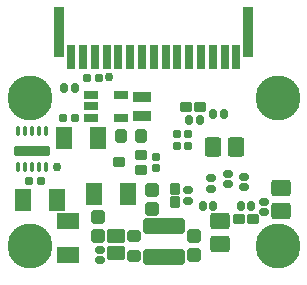
<source format=gbr>
%TF.GenerationSoftware,Altium Limited,Altium Designer,20.1.12 (249)*%
G04 Layer_Color=8388736*
%FSLAX45Y45*%
%MOMM*%
%TF.SameCoordinates,27206DED-D720-4121-B7EB-46A740E941A3*%
%TF.FilePolarity,Negative*%
%TF.FileFunction,Soldermask,Top*%
%TF.Part,Single*%
G01*
G75*
%TA.AperFunction,SMDPad,CuDef*%
G04:AMPARAMS|DCode=51|XSize=1.02mm|YSize=1.12mm|CornerRadius=0.15mm|HoleSize=0mm|Usage=FLASHONLY|Rotation=0.000|XOffset=0mm|YOffset=0mm|HoleType=Round|Shape=RoundedRectangle|*
%AMROUNDEDRECTD51*
21,1,1.02000,0.82000,0,0,0.0*
21,1,0.72000,1.12000,0,0,0.0*
1,1,0.30000,0.36000,-0.41000*
1,1,0.30000,-0.36000,-0.41000*
1,1,0.30000,-0.36000,0.41000*
1,1,0.30000,0.36000,0.41000*
%
%ADD51ROUNDEDRECTD51*%
G04:AMPARAMS|DCode=52|XSize=0.7mm|YSize=0.6mm|CornerRadius=0.1mm|HoleSize=0mm|Usage=FLASHONLY|Rotation=0.000|XOffset=0mm|YOffset=0mm|HoleType=Round|Shape=RoundedRectangle|*
%AMROUNDEDRECTD52*
21,1,0.70000,0.40000,0,0,0.0*
21,1,0.50000,0.60000,0,0,0.0*
1,1,0.20000,0.25000,-0.20000*
1,1,0.20000,-0.25000,-0.20000*
1,1,0.20000,-0.25000,0.20000*
1,1,0.20000,0.25000,0.20000*
%
%ADD52ROUNDEDRECTD52*%
%ADD59C,0.75500*%
G04:AMPARAMS|DCode=60|XSize=0.7mm|YSize=0.6mm|CornerRadius=0.1mm|HoleSize=0mm|Usage=FLASHONLY|Rotation=270.000|XOffset=0mm|YOffset=0mm|HoleType=Round|Shape=RoundedRectangle|*
%AMROUNDEDRECTD60*
21,1,0.70000,0.40000,0,0,270.0*
21,1,0.50000,0.60000,0,0,270.0*
1,1,0.20000,-0.20000,-0.25000*
1,1,0.20000,-0.20000,0.25000*
1,1,0.20000,0.20000,0.25000*
1,1,0.20000,0.20000,-0.25000*
%
%ADD60ROUNDEDRECTD60*%
G04:AMPARAMS|DCode=61|XSize=0.62mm|YSize=0.77mm|CornerRadius=0.11mm|HoleSize=0mm|Usage=FLASHONLY|Rotation=180.000|XOffset=0mm|YOffset=0mm|HoleType=Round|Shape=RoundedRectangle|*
%AMROUNDEDRECTD61*
21,1,0.62000,0.55000,0,0,180.0*
21,1,0.40000,0.77000,0,0,180.0*
1,1,0.22000,-0.20000,0.27500*
1,1,0.22000,0.20000,0.27500*
1,1,0.22000,0.20000,-0.27500*
1,1,0.22000,-0.20000,-0.27500*
%
%ADD61ROUNDEDRECTD61*%
G04:AMPARAMS|DCode=62|XSize=0.62mm|YSize=0.77mm|CornerRadius=0.11mm|HoleSize=0mm|Usage=FLASHONLY|Rotation=90.000|XOffset=0mm|YOffset=0mm|HoleType=Round|Shape=RoundedRectangle|*
%AMROUNDEDRECTD62*
21,1,0.62000,0.55000,0,0,90.0*
21,1,0.40000,0.77000,0,0,90.0*
1,1,0.22000,0.27500,0.20000*
1,1,0.22000,0.27500,-0.20000*
1,1,0.22000,-0.27500,-0.20000*
1,1,0.22000,-0.27500,0.20000*
%
%ADD62ROUNDEDRECTD62*%
G04:AMPARAMS|DCode=63|XSize=1.92mm|YSize=1.42mm|CornerRadius=0.19mm|HoleSize=0mm|Usage=FLASHONLY|Rotation=90.000|XOffset=0mm|YOffset=0mm|HoleType=Round|Shape=RoundedRectangle|*
%AMROUNDEDRECTD63*
21,1,1.92000,1.04000,0,0,90.0*
21,1,1.54000,1.42000,0,0,90.0*
1,1,0.38000,0.52000,0.77000*
1,1,0.38000,0.52000,-0.77000*
1,1,0.38000,-0.52000,-0.77000*
1,1,0.38000,-0.52000,0.77000*
%
%ADD63ROUNDEDRECTD63*%
G04:AMPARAMS|DCode=64|XSize=1.12mm|YSize=1.12mm|CornerRadius=0.16mm|HoleSize=0mm|Usage=FLASHONLY|Rotation=0.000|XOffset=0mm|YOffset=0mm|HoleType=Round|Shape=RoundedRectangle|*
%AMROUNDEDRECTD64*
21,1,1.12000,0.80000,0,0,0.0*
21,1,0.80000,1.12000,0,0,0.0*
1,1,0.32000,0.40000,-0.40000*
1,1,0.32000,-0.40000,-0.40000*
1,1,0.32000,-0.40000,0.40000*
1,1,0.32000,0.40000,0.40000*
%
%ADD64ROUNDEDRECTD64*%
%TA.AperFunction,WasherPad*%
%ADD65C,3.80000*%
%TA.AperFunction,SMDPad,CuDef*%
G04:AMPARAMS|DCode=66|XSize=3.52mm|YSize=1.32mm|CornerRadius=0.18mm|HoleSize=0mm|Usage=FLASHONLY|Rotation=180.000|XOffset=0mm|YOffset=0mm|HoleType=Round|Shape=RoundedRectangle|*
%AMROUNDEDRECTD66*
21,1,3.52000,0.96000,0,0,180.0*
21,1,3.16000,1.32000,0,0,180.0*
1,1,0.36000,-1.58000,0.48000*
1,1,0.36000,1.58000,0.48000*
1,1,0.36000,1.58000,-0.48000*
1,1,0.36000,-1.58000,-0.48000*
%
%ADD66ROUNDEDRECTD66*%
G04:AMPARAMS|DCode=67|XSize=1.22mm|YSize=1.52mm|CornerRadius=0.17mm|HoleSize=0mm|Usage=FLASHONLY|Rotation=90.000|XOffset=0mm|YOffset=0mm|HoleType=Round|Shape=RoundedRectangle|*
%AMROUNDEDRECTD67*
21,1,1.22000,1.18000,0,0,90.0*
21,1,0.88000,1.52000,0,0,90.0*
1,1,0.34000,0.59000,0.44000*
1,1,0.34000,0.59000,-0.44000*
1,1,0.34000,-0.59000,-0.44000*
1,1,0.34000,-0.59000,0.44000*
%
%ADD67ROUNDEDRECTD67*%
G04:AMPARAMS|DCode=68|XSize=1.42mm|YSize=1.62mm|CornerRadius=0.19mm|HoleSize=0mm|Usage=FLASHONLY|Rotation=90.000|XOffset=0mm|YOffset=0mm|HoleType=Round|Shape=RoundedRectangle|*
%AMROUNDEDRECTD68*
21,1,1.42000,1.24000,0,0,90.0*
21,1,1.04000,1.62000,0,0,90.0*
1,1,0.38000,0.62000,0.52000*
1,1,0.38000,0.62000,-0.52000*
1,1,0.38000,-0.62000,-0.52000*
1,1,0.38000,-0.62000,0.52000*
%
%ADD68ROUNDEDRECTD68*%
%ADD69R,0.72000X2.12000*%
%ADD70R,0.82000X4.32000*%
G04:AMPARAMS|DCode=71|XSize=0.82mm|YSize=0.97mm|CornerRadius=0.13mm|HoleSize=0mm|Usage=FLASHONLY|Rotation=0.000|XOffset=0mm|YOffset=0mm|HoleType=Round|Shape=RoundedRectangle|*
%AMROUNDEDRECTD71*
21,1,0.82000,0.71000,0,0,0.0*
21,1,0.56000,0.97000,0,0,0.0*
1,1,0.26000,0.28000,-0.35500*
1,1,0.26000,-0.28000,-0.35500*
1,1,0.26000,-0.28000,0.35500*
1,1,0.26000,0.28000,0.35500*
%
%ADD71ROUNDEDRECTD71*%
G04:AMPARAMS|DCode=72|XSize=0.92mm|YSize=1.52mm|CornerRadius=0.1mm|HoleSize=0mm|Usage=FLASHONLY|Rotation=270.000|XOffset=0mm|YOffset=0mm|HoleType=Round|Shape=RoundedRectangle|*
%AMROUNDEDRECTD72*
21,1,0.92000,1.32000,0,0,270.0*
21,1,0.72000,1.52000,0,0,270.0*
1,1,0.20000,-0.66000,-0.36000*
1,1,0.20000,-0.66000,0.36000*
1,1,0.20000,0.66000,0.36000*
1,1,0.20000,0.66000,-0.36000*
%
%ADD72ROUNDEDRECTD72*%
G04:AMPARAMS|DCode=73|XSize=1.12mm|YSize=1.02mm|CornerRadius=0.15mm|HoleSize=0mm|Usage=FLASHONLY|Rotation=180.000|XOffset=0mm|YOffset=0mm|HoleType=Round|Shape=RoundedRectangle|*
%AMROUNDEDRECTD73*
21,1,1.12000,0.72000,0,0,180.0*
21,1,0.82000,1.02000,0,0,180.0*
1,1,0.30000,-0.41000,0.36000*
1,1,0.30000,0.41000,0.36000*
1,1,0.30000,0.41000,-0.36000*
1,1,0.30000,-0.41000,-0.36000*
%
%ADD73ROUNDEDRECTD73*%
G04:AMPARAMS|DCode=74|XSize=0.77mm|YSize=0.42mm|CornerRadius=0.105mm|HoleSize=0mm|Usage=FLASHONLY|Rotation=90.000|XOffset=0mm|YOffset=0mm|HoleType=Round|Shape=RoundedRectangle|*
%AMROUNDEDRECTD74*
21,1,0.77000,0.21000,0,0,90.0*
21,1,0.56000,0.42000,0,0,90.0*
1,1,0.21000,0.10500,0.28000*
1,1,0.21000,0.10500,-0.28000*
1,1,0.21000,-0.10500,-0.28000*
1,1,0.21000,-0.10500,0.28000*
%
%ADD74ROUNDEDRECTD74*%
G04:AMPARAMS|DCode=75|XSize=0.82mm|YSize=3.02mm|CornerRadius=0.13mm|HoleSize=0mm|Usage=FLASHONLY|Rotation=90.000|XOffset=0mm|YOffset=0mm|HoleType=Round|Shape=RoundedRectangle|*
%AMROUNDEDRECTD75*
21,1,0.82000,2.76000,0,0,90.0*
21,1,0.56000,3.02000,0,0,90.0*
1,1,0.26000,1.38000,0.28000*
1,1,0.26000,1.38000,-0.28000*
1,1,0.26000,-1.38000,-0.28000*
1,1,0.26000,-1.38000,0.28000*
%
%ADD75ROUNDEDRECTD75*%
G04:AMPARAMS|DCode=76|XSize=0.82mm|YSize=1.02mm|CornerRadius=0.1475mm|HoleSize=0mm|Usage=FLASHONLY|Rotation=90.000|XOffset=0mm|YOffset=0mm|HoleType=Round|Shape=RoundedRectangle|*
%AMROUNDEDRECTD76*
21,1,0.82000,0.72500,0,0,90.0*
21,1,0.52500,1.02000,0,0,90.0*
1,1,0.29500,0.36250,0.26250*
1,1,0.29500,0.36250,-0.26250*
1,1,0.29500,-0.36250,-0.26250*
1,1,0.29500,-0.36250,0.26250*
%
%ADD76ROUNDEDRECTD76*%
G04:AMPARAMS|DCode=77|XSize=0.72mm|YSize=1.22mm|CornerRadius=0.12mm|HoleSize=0mm|Usage=FLASHONLY|Rotation=90.000|XOffset=0mm|YOffset=0mm|HoleType=Round|Shape=RoundedRectangle|*
%AMROUNDEDRECTD77*
21,1,0.72000,0.98000,0,0,90.0*
21,1,0.48000,1.22000,0,0,90.0*
1,1,0.24000,0.49000,0.24000*
1,1,0.24000,0.49000,-0.24000*
1,1,0.24000,-0.49000,-0.24000*
1,1,0.24000,-0.49000,0.24000*
%
%ADD77ROUNDEDRECTD77*%
G04:AMPARAMS|DCode=78|XSize=1.42mm|YSize=1.62mm|CornerRadius=0.19mm|HoleSize=0mm|Usage=FLASHONLY|Rotation=180.000|XOffset=0mm|YOffset=0mm|HoleType=Round|Shape=RoundedRectangle|*
%AMROUNDEDRECTD78*
21,1,1.42000,1.24000,0,0,180.0*
21,1,1.04000,1.62000,0,0,180.0*
1,1,0.38000,-0.52000,0.62000*
1,1,0.38000,0.52000,0.62000*
1,1,0.38000,0.52000,-0.62000*
1,1,0.38000,-0.52000,-0.62000*
%
%ADD78ROUNDEDRECTD78*%
G04:AMPARAMS|DCode=79|XSize=1.92mm|YSize=1.42mm|CornerRadius=0.19mm|HoleSize=0mm|Usage=FLASHONLY|Rotation=180.000|XOffset=0mm|YOffset=0mm|HoleType=Round|Shape=RoundedRectangle|*
%AMROUNDEDRECTD79*
21,1,1.92000,1.04000,0,0,180.0*
21,1,1.54000,1.42000,0,0,180.0*
1,1,0.38000,-0.77000,0.52000*
1,1,0.38000,0.77000,0.52000*
1,1,0.38000,0.77000,-0.52000*
1,1,0.38000,-0.77000,-0.52000*
%
%ADD79ROUNDEDRECTD79*%
G04:AMPARAMS|DCode=80|XSize=0.82mm|YSize=0.97mm|CornerRadius=0.13mm|HoleSize=0mm|Usage=FLASHONLY|Rotation=90.000|XOffset=0mm|YOffset=0mm|HoleType=Round|Shape=RoundedRectangle|*
%AMROUNDEDRECTD80*
21,1,0.82000,0.71000,0,0,90.0*
21,1,0.56000,0.97000,0,0,90.0*
1,1,0.26000,0.35500,0.28000*
1,1,0.26000,0.35500,-0.28000*
1,1,0.26000,-0.35500,-0.28000*
1,1,0.26000,-0.35500,0.28000*
%
%ADD80ROUNDEDRECTD80*%
D51*
X972500Y1135000D02*
D03*
X1142500D02*
D03*
D52*
X785000Y1622500D02*
D03*
X685000D02*
D03*
X482500Y1285000D02*
D03*
X582500D02*
D03*
X197500Y752500D02*
D03*
X297500D02*
D03*
D59*
X430000Y867500D02*
D03*
X870000Y1627500D02*
D03*
D60*
X1442500Y1149999D02*
D03*
Y1049999D02*
D03*
X1542500Y1050000D02*
D03*
Y1150000D02*
D03*
X1265000Y957500D02*
D03*
Y857500D02*
D03*
D61*
X490000Y1537500D02*
D03*
X580000D02*
D03*
X1985000Y540000D02*
D03*
X2075000D02*
D03*
X1637500Y1267500D02*
D03*
X1547500D02*
D03*
X1752500Y1315000D02*
D03*
X1842500D02*
D03*
X1755000Y540000D02*
D03*
X1665000D02*
D03*
D62*
X792500Y167500D02*
D03*
Y77500D02*
D03*
X2017500Y697500D02*
D03*
Y787500D02*
D03*
X1537500Y675000D02*
D03*
Y585000D02*
D03*
X1732500Y772500D02*
D03*
Y682500D02*
D03*
X2185000Y575000D02*
D03*
Y485000D02*
D03*
X1877500Y812500D02*
D03*
Y722500D02*
D03*
D63*
X490001Y1114999D02*
D03*
X780000D02*
D03*
X432500Y587500D02*
D03*
X142500D02*
D03*
X1030000Y637500D02*
D03*
X740000D02*
D03*
D64*
X1232500Y677500D02*
D03*
Y517500D02*
D03*
X777500Y287500D02*
D03*
Y447500D02*
D03*
X1591705Y120759D02*
D03*
Y280759D02*
D03*
D65*
X200000Y1450000D02*
D03*
X2300000D02*
D03*
Y200000D02*
D03*
X200000D02*
D03*
D66*
X1332500Y370000D02*
D03*
Y110000D02*
D03*
D67*
X930000Y287500D02*
D03*
Y137500D02*
D03*
D68*
X2327500Y500000D02*
D03*
Y690000D02*
D03*
X1811983Y409324D02*
D03*
Y219324D02*
D03*
D69*
X550000Y1800000D02*
D03*
X650000D02*
D03*
X750000D02*
D03*
X850000D02*
D03*
X950000D02*
D03*
X1050000D02*
D03*
X1150000D02*
D03*
X1250000D02*
D03*
X1350000D02*
D03*
X1450000D02*
D03*
X1550000D02*
D03*
X1650000D02*
D03*
X1750000D02*
D03*
X1850000D02*
D03*
X1950000D02*
D03*
D70*
X450000Y2010000D02*
D03*
X2050000D02*
D03*
D71*
X1427500Y569000D02*
D03*
Y686000D02*
D03*
D72*
X1147500Y1302500D02*
D03*
Y1462500D02*
D03*
D73*
X1080000Y287500D02*
D03*
Y117500D02*
D03*
D74*
X97500Y867500D02*
D03*
X157500D02*
D03*
X215000D02*
D03*
X277500D02*
D03*
X337500D02*
D03*
Y1172500D02*
D03*
X277500D02*
D03*
X217500D02*
D03*
X157500D02*
D03*
X97500D02*
D03*
D75*
X217500Y1002500D02*
D03*
D76*
X1142500Y842500D02*
D03*
Y972500D02*
D03*
X952500Y907500D02*
D03*
D77*
X715000Y1477500D02*
D03*
Y1382500D02*
D03*
Y1287500D02*
D03*
X975000D02*
D03*
Y1477500D02*
D03*
D78*
X1755000Y1037500D02*
D03*
X1945000D02*
D03*
D79*
X520000Y120000D02*
D03*
Y410000D02*
D03*
D80*
X1971500Y430000D02*
D03*
X2088500D02*
D03*
X1637500Y1380000D02*
D03*
X1520500D02*
D03*
%TF.MD5,e10a97a3c8229b6c2bf9926c46ebe481*%
M02*

</source>
